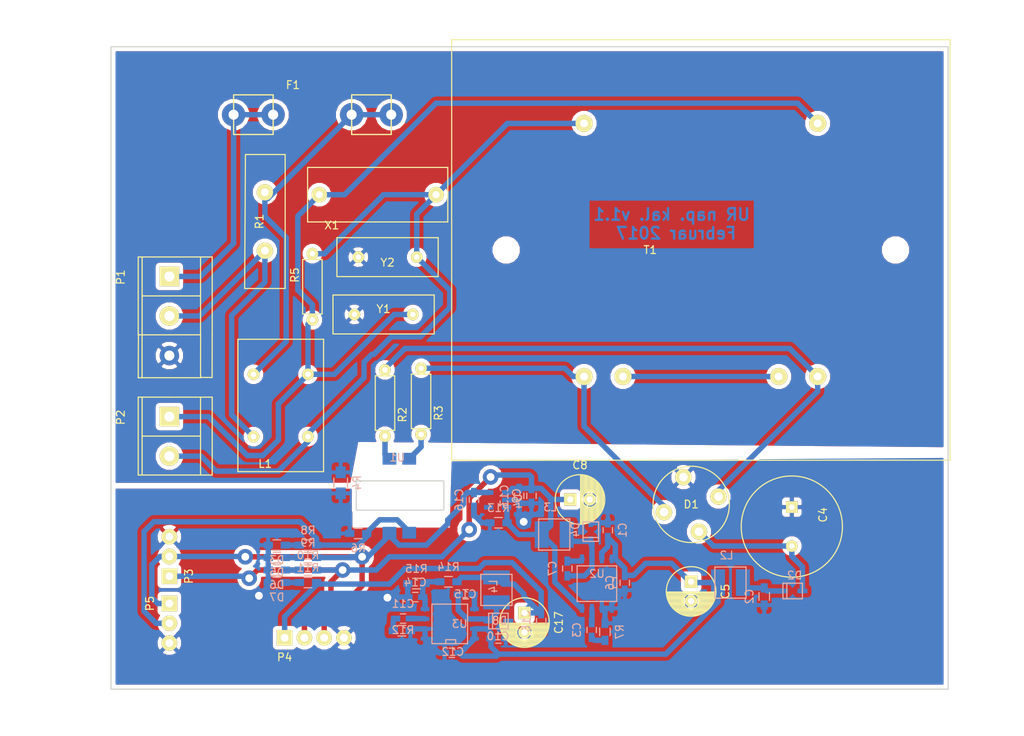
<source format=kicad_pcb>
(kicad_pcb (version 4) (host pcbnew 4.0.4+dfsg1-stable)
  (layers (0 F.Cu signal) (31 B.Cu signal) (34 B.Paste user) (35 F.Paste user) (36 B.SilkS user) (37 F.SilkS user) (38 B.Mask user) (39 F.Mask user) (44 Edge.Cuts user))
  (net 0 "")
  (net 1 /SW_DC)
  (net 2 GND)
  (net 3 "Net-(C2-Pad1)")
  (net 4 "Net-(C3-Pad1)")
  (net 5 "Net-(C3-Pad2)")
  (net 6 /DCOUT)
  (net 7 /N12VAC)
  (net 8 "Net-(C7-Pad1)")
  (net 9 "Net-(C7-Pad2)")
  (net 10 +5V)
  (net 11 "Net-(C11-Pad1)")
  (net 12 "Net-(C11-Pad2)")
  (net 13 "Net-(C14-Pad1)")
  (net 14 "Net-(C15-Pad1)")
  (net 15 "Net-(C15-Pad2)")
  (net 16 +3V3)
  (net 17 +12V)
  (net 18 /12VAC)
  (net 19 "Net-(D3-Pad2)")
  (net 20 "Net-(D5-Pad2)")
  (net 21 "Net-(D6-Pad2)")
  (net 22 "Net-(D7-Pad2)")
  (net 23 "Net-(F1-Pad2)")
  (net 24 "Net-(F1-Pad1)")
  (net 25 /L)
  (net 26 /N)
  (net 27 "Net-(L1-Pad4)")
  (net 28 Earth)
  (net 29 ZERO)
  (net 30 "Net-(R2-Pad1)")
  (net 31 "Net-(R3-Pad1)")
  (net 32 "Net-(T1-Pad13)")
  (module kalilnik:C_0603_HandSoldering (layer B.Cu) (at 156.3 99.58 90)
    (fp_text reference C1 (at 0 1.9 90) (layer B.SilkS) (effects (justify mirror)))
    (fp_text value 100n)
    (pad 1 smd rect (at -0.95 0 90) (size 1.2 0.75) (layers B.Cu B.Paste B.Mask) (net 1 /SW_DC))
    (pad 2 smd rect (at 0.95 0 90) (size 1.2 0.75) (layers B.Cu B.Paste B.Mask) (net 2 GND))
  )
  (module kalilnik:R_0603_HandSoldering (layer B.Cu) (at 176.39 108.1 270)
    (fp_text reference C2 (at 0 1.9 270) (layer B.SilkS) (effects (justify mirror)))
    (fp_text value 1u)
    (pad 1 smd rect (at -1.1 0 270) (size 1.2 0.9) (layers B.Cu B.Paste B.Mask) (net 3 "Net-(C2-Pad1)"))
    (pad 2 smd rect (at 1.1 0 270) (size 1.2 0.9) (layers B.Cu B.Paste B.Mask) (net 2 GND))
  )
  (module kalilnik:C_0603_HandSoldering (layer B.Cu) (at 154.23 112.4 270)
    (fp_text reference C3 (at 0 1.9 270) (layer B.SilkS) (effects (justify mirror)))
    (fp_text value 22n)
    (pad 1 smd rect (at -0.95 0 270) (size 1.2 0.75) (layers B.Cu B.Paste B.Mask) (net 4 "Net-(C3-Pad1)"))
    (pad 2 smd rect (at 0.95 0 270) (size 1.2 0.75) (layers B.Cu B.Paste B.Mask) (net 5 "Net-(C3-Pad2)"))
  )
  (module kalilnik:C_13_21_5 (layer F.Cu) (at 179.93 99.12 90)
    (fp_text reference C4 (at 1.5 4 90) (layer F.SilkS))
    (fp_text value 1000u)
    (pad 1 thru_hole circle (at -2.5 0 90) (size 1.5 1.5) (drill 0.7) (layers *.Cu *.Mask F.SilkS) (net 6 /DCOUT))
    (pad 2 thru_hole rect (at 2.5 0 90) (size 1.5 1.5) (drill 0.7) (layers *.Cu *.Mask F.SilkS) (net 2 GND))
  )
  (module kalilnik:C_0603_HandSoldering (layer B.Cu) (at 158.48 106.34 270)
    (fp_text reference C6 (at 0 1.9 270) (layer B.SilkS) (effects (justify mirror)))
    (fp_text value 100n)
    (pad 1 smd rect (at -0.95 0 270) (size 1.2 0.75) (layers B.Cu B.Paste B.Mask) (net 1 /SW_DC))
    (pad 2 smd rect (at 0.95 0 270) (size 1.2 0.75) (layers B.Cu B.Paste B.Mask) (net 2 GND))
  )
  (module kalilnik:C_0603_HandSoldering (layer B.Cu) (at 151.1 104.5 270)
    (fp_text reference C7 (at 0 1.9 270) (layer B.SilkS) (effects (justify mirror)))
    (fp_text value 220n)
    (pad 1 smd rect (at -0.95 0 270) (size 1.2 0.75) (layers B.Cu B.Paste B.Mask) (net 8 "Net-(C7-Pad1)"))
    (pad 2 smd rect (at 0.95 0 270) (size 1.2 0.75) (layers B.Cu B.Paste B.Mask) (net 9 "Net-(C7-Pad2)"))
  )
  (module kalilnik:C_0603_HandSoldering (layer B.Cu) (at 146.5 95.17 270)
    (fp_text reference C9 (at 0 1.9 270) (layer B.SilkS) (effects (justify mirror)))
    (fp_text value 220n)
    (pad 1 smd rect (at -0.95 0 270) (size 1.2 0.75) (layers B.Cu B.Paste B.Mask) (net 10 +5V))
    (pad 2 smd rect (at 0.95 0 270) (size 1.2 0.75) (layers B.Cu B.Paste B.Mask) (net 2 GND))
  )
  (module kalilnik:C_0603_HandSoldering (layer B.Cu) (at 142.25 113.5)
    (fp_text reference C10 (at -0.05 -0.3) (layer B.SilkS) (effects (justify mirror)))
    (fp_text value 100n)
    (pad 1 smd rect (at -0.95 0) (size 1.2 0.75) (layers B.Cu B.Paste B.Mask) (net 1 /SW_DC))
    (pad 2 smd rect (at 0.95 0) (size 1.2 0.75) (layers B.Cu B.Paste B.Mask) (net 2 GND))
  )
  (module kalilnik:C_0603_HandSoldering (layer B.Cu) (at 130.005 110.935 180)
    (fp_text reference C11 (at 0 1.9 180) (layer B.SilkS) (effects (justify mirror)))
    (fp_text value 22n)
    (pad 1 smd rect (at -0.95 0 180) (size 1.2 0.75) (layers B.Cu B.Paste B.Mask) (net 11 "Net-(C11-Pad1)"))
    (pad 2 smd rect (at 0.95 0 180) (size 1.2 0.75) (layers B.Cu B.Paste B.Mask) (net 12 "Net-(C11-Pad2)"))
  )
  (module kalilnik:C_0603_HandSoldering (layer B.Cu) (at 136.275 115.325 180)
    (fp_text reference C12 (at -0.125 0.125 180) (layer B.SilkS) (effects (justify mirror)))
    (fp_text value 100n)
    (pad 1 smd rect (at -0.95 0 180) (size 1.2 0.75) (layers B.Cu B.Paste B.Mask) (net 1 /SW_DC))
    (pad 2 smd rect (at 0.95 0 180) (size 1.2 0.75) (layers B.Cu B.Paste B.Mask) (net 2 GND))
  )
  (module kalilnik:C_0603_HandSoldering (layer B.Cu) (at 144.92 95.17 270)
    (fp_text reference C13 (at 0 1.9 270) (layer B.SilkS) (effects (justify mirror)))
    (fp_text value 1u)
    (pad 1 smd rect (at -0.95 0 270) (size 1.2 0.75) (layers B.Cu B.Paste B.Mask) (net 10 +5V))
    (pad 2 smd rect (at 0.95 0 270) (size 1.2 0.75) (layers B.Cu B.Paste B.Mask) (net 2 GND))
  )
  (module kalilnik:C_0603_HandSoldering (layer B.Cu) (at 131.585 108.175 180)
    (fp_text reference C14 (at 0 1.9 180) (layer B.SilkS) (effects (justify mirror)))
    (fp_text value 0.5n)
    (pad 1 smd rect (at -0.95 0 180) (size 1.2 0.75) (layers B.Cu B.Paste B.Mask) (net 13 "Net-(C14-Pad1)"))
    (pad 2 smd rect (at 0.95 0 180) (size 1.2 0.75) (layers B.Cu B.Paste B.Mask) (net 2 GND))
  )
  (module kalilnik:C_0603_HandSoldering (layer B.Cu) (at 138.055 107.815 180)
    (fp_text reference C15 (at 0.055 0.015 180) (layer B.SilkS) (effects (justify mirror)))
    (fp_text value 220n)
    (pad 1 smd rect (at -0.95 0 180) (size 1.2 0.75) (layers B.Cu B.Paste B.Mask) (net 14 "Net-(C15-Pad1)"))
    (pad 2 smd rect (at 0.95 0 180) (size 1.2 0.75) (layers B.Cu B.Paste B.Mask) (net 15 "Net-(C15-Pad2)"))
  )
  (module kalilnik:C_0603_HandSoldering (layer B.Cu) (at 139.11 95.69 270)
    (fp_text reference C16 (at 0 1.9 270) (layer B.SilkS) (effects (justify mirror)))
    (fp_text value 1u)
    (pad 1 smd rect (at -0.95 0 270) (size 1.2 0.75) (layers B.Cu B.Paste B.Mask) (net 16 +3V3))
    (pad 2 smd rect (at 0.95 0 270) (size 1.2 0.75) (layers B.Cu B.Paste B.Mask) (net 2 GND))
  )
  (module kalilnik:C_0603_HandSoldering (layer B.Cu) (at 147.75 111.25 270)
    (fp_text reference C18 (at 0 1.9 270) (layer B.SilkS) (effects (justify mirror)))
    (fp_text value 220n)
    (pad 1 smd rect (at -0.95 0 270) (size 1.2 0.75) (layers B.Cu B.Paste B.Mask) (net 17 +12V))
    (pad 2 smd rect (at 0.95 0 270) (size 1.2 0.75) (layers B.Cu B.Paste B.Mask) (net 2 GND))
  )
  (module kalilnik:CIRC_BRIDGE_RECT (layer F.Cu) (at 167.01 96.27)
    (fp_text reference D1 (at 0 0) (layer F.SilkS))
    (fp_text value Diode_Bridge)
    (pad 2 thru_hole circle (at -3.5 1) (size 2.1 2.1) (drill 1.1) (layers *.Cu *.Mask F.SilkS) (net 7 /N12VAC))
    (pad 1 thru_hole circle (at -1 -3.5) (size 2.1 2.1) (drill 1.1) (layers *.Cu *.Mask F.SilkS) (net 2 GND))
    (pad 3 thru_hole circle (at 1 3.5) (size 2.1 2.1) (drill 1.1) (layers *.Cu *.Mask F.SilkS) (net 6 /DCOUT))
    (pad 4 thru_hole circle (at 3.5 -1) (size 2.1 2.1) (drill 1.1) (layers *.Cu *.Mask F.SilkS) (net 18 /12VAC))
  )
  (module kalilnik:SOD323F (layer B.Cu) (at 180.29 107.39)
    (fp_text reference D2 (at 0 -2) (layer B.SilkS) (effects (justify mirror)))
    (fp_text value D)
    (pad 1 smd rect (at -1.5 0) (size 1.3 0.6) (layers B.Cu B.Paste B.Mask) (net 3 "Net-(C2-Pad1)"))
    (pad 2 smd rect (at 1 0) (size 1.3 0.6) (layers B.Cu B.Paste B.Mask) (net 6 /DCOUT))
  )
  (module kalilnik:R_0603_HandSoldering (layer B.Cu) (at 113.8 101.5)
    (fp_text reference D3 (at 0 1.9) (layer B.SilkS) (effects (justify mirror)))
    (fp_text value Led_Small)
    (pad 1 smd rect (at -1.1 0) (size 1.2 0.9) (layers B.Cu B.Paste B.Mask) (net 2 GND))
    (pad 2 smd rect (at 1.1 0) (size 1.2 0.9) (layers B.Cu B.Paste B.Mask) (net 19 "Net-(D3-Pad2)"))
  )
  (module kalilnik:SOD323F (layer B.Cu) (at 154.12 99.52 90)
    (fp_text reference D4 (at 0 -2 90) (layer B.SilkS) (effects (justify mirror)))
    (fp_text value D_Schottky_Small)
    (pad 1 smd rect (at -1.5 0 90) (size 1.3 0.6) (layers B.Cu B.Paste B.Mask) (net 9 "Net-(C7-Pad2)"))
    (pad 2 smd rect (at 1 0 90) (size 1.3 0.6) (layers B.Cu B.Paste B.Mask) (net 2 GND))
  )
  (module kalilnik:R_0603_HandSoldering (layer B.Cu) (at 113.8 103.1)
    (fp_text reference D5 (at 0 1.9) (layer B.SilkS) (effects (justify mirror)))
    (fp_text value Led_Small)
    (pad 1 smd rect (at -1.1 0) (size 1.2 0.9) (layers B.Cu B.Paste B.Mask) (net 2 GND))
    (pad 2 smd rect (at 1.1 0) (size 1.2 0.9) (layers B.Cu B.Paste B.Mask) (net 20 "Net-(D5-Pad2)"))
  )
  (module kalilnik:R_0603_HandSoldering (layer B.Cu) (at 113.8 104.7)
    (fp_text reference D6 (at 0 1.9) (layer B.SilkS) (effects (justify mirror)))
    (fp_text value Led_Small)
    (pad 1 smd rect (at -1.1 0) (size 1.2 0.9) (layers B.Cu B.Paste B.Mask) (net 2 GND))
    (pad 2 smd rect (at 1.1 0) (size 1.2 0.9) (layers B.Cu B.Paste B.Mask) (net 21 "Net-(D6-Pad2)"))
  )
  (module kalilnik:R_0603_HandSoldering (layer B.Cu) (at 113.8 106.3)
    (fp_text reference D7 (at 0 1.9) (layer B.SilkS) (effects (justify mirror)))
    (fp_text value Led_Small)
    (pad 1 smd rect (at -1.1 0) (size 1.2 0.9) (layers B.Cu B.Paste B.Mask) (net 2 GND))
    (pad 2 smd rect (at 1.1 0) (size 1.2 0.9) (layers B.Cu B.Paste B.Mask) (net 22 "Net-(D7-Pad2)"))
  )
  (module kalilnik:SOD323F (layer B.Cu) (at 142.5 111.25)
    (fp_text reference D8 (at -0.1 -0.05) (layer B.SilkS) (effects (justify mirror)))
    (fp_text value D_Schottky_Small)
    (pad 1 smd rect (at -1.5 0) (size 1.3 0.6) (layers B.Cu B.Paste B.Mask) (net 15 "Net-(C15-Pad2)"))
    (pad 2 smd rect (at 1 0) (size 1.3 0.6) (layers B.Cu B.Paste B.Mask) (net 2 GND))
  )
  (module kalilnik:Fuseholder_Fuse_5x20 (layer F.Cu) (at 118.364 46.228)
    (fp_text reference F1 (at -2.5 -3.81) (layer F.SilkS))
    (fp_text value Fuse hide)
    (pad 2 thru_hole circle (at 10.12 0) (size 3 3) (drill 1.3) (layers *.Cu *.Mask) (net 23 "Net-(F1-Pad2)"))
    (pad 2 thru_hole circle (at 5.04 0) (size 3 3) (drill 1.3) (layers *.Cu *.Mask) (net 23 "Net-(F1-Pad2)"))
    (pad 1 thru_hole circle (at -10.12 0) (size 3 3) (drill 1.3) (layers *.Cu *.Mask) (net 24 "Net-(F1-Pad1)"))
    (pad 1 thru_hole circle (at -5.04 0) (size 3 3) (drill 1.3) (layers *.Cu *.Mask) (net 24 "Net-(F1-Pad1)"))
  )
  (module kalilnik:TYS4018470M-10 (layer B.Cu) (at 172.05 106.31)
    (fp_text reference L2 (at -0.5 -3.5) (layer B.SilkS) (effects (justify mirror)))
    (fp_text value 47u)
    (pad 1 smd rect (at -1.6 0) (size 1.8 3.4) (layers B.Cu B.Paste B.Mask) (net 1 /SW_DC))
    (pad 2 smd rect (at 1.6 0) (size 1.8 3.4) (layers B.Cu B.Paste B.Mask) (net 3 "Net-(C2-Pad1)"))
  )
  (module kalilnik:TYS4018470M-10 (layer B.Cu) (at 149.42 100.14)
    (fp_text reference L3 (at -0.5 -3.5) (layer B.SilkS) (effects (justify mirror)))
    (fp_text value 47u)
    (pad 1 smd rect (at -1.6 0) (size 1.8 3.4) (layers B.Cu B.Paste B.Mask) (net 10 +5V))
    (pad 2 smd rect (at 1.6 0) (size 1.8 3.4) (layers B.Cu B.Paste B.Mask) (net 9 "Net-(C7-Pad2)"))
  )
  (module kalilnik:TYS4018470M-10 (layer B.Cu) (at 142 107.25 270)
    (fp_text reference L4 (at -0.45 0.4 270) (layer B.SilkS) (effects (justify mirror)))
    (fp_text value 47u)
    (pad 1 smd rect (at -1.6 0 270) (size 1.8 3.4) (layers B.Cu B.Paste B.Mask) (net 17 +12V))
    (pad 2 smd rect (at 1.6 0 270) (size 1.8 3.4) (layers B.Cu B.Paste B.Mask) (net 15 "Net-(C15-Pad2)"))
  )
  (module kalilnik:CONN_3x1x5.08 (layer F.Cu) (at 100 67 270)
    (fp_text reference P1 (at 0.1 6.25 270) (layer F.SilkS))
    (fp_text value CONN_01X03)
    (pad 1 thru_hole rect (at 0 0 270) (size 2.5 2.5) (drill 1.3) (layers *.Cu *.Mask F.SilkS) (net 24 "Net-(F1-Pad1)"))
    (pad 2 thru_hole circle (at 5.08 0 270) (size 2.5 2.5) (drill 1.3) (layers *.Cu *.Mask F.SilkS) (net 27 "Net-(L1-Pad4)"))
    (pad 3 thru_hole circle (at 10.16 0 270) (size 2.5 2.5) (drill 1.3) (layers *.Cu *.Mask) (net 28 Earth))
  )
  (module kalilnik:CONN_2x1x5.08 (layer F.Cu) (at 100 85 270)
    (fp_text reference P2 (at 0.1 6.25 270) (layer F.SilkS))
    (fp_text value CONN_01X02)
    (pad 1 thru_hole rect (at 0 0 270) (size 2.5 2.5) (drill 1.3) (layers *.Cu *.Mask F.SilkS) (net 25 /L))
    (pad 2 thru_hole circle (at 5.08 0 270) (size 2.5 2.5) (drill 1.3) (layers *.Cu *.Mask F.SilkS) (net 26 /N))
  )
  (module kalilnik:CONN_4x1x2.54 (layer F.Cu) (at 114.8 113.4)
    (fp_text reference P4 (at 0 2.5) (layer F.SilkS))
    (fp_text value CONN_01X04)
    (pad 1 thru_hole rect (at 0 0) (size 2 2) (drill 1) (layers *.Cu *.Mask F.SilkS) (net 17 +12V))
    (pad 2 thru_hole circle (at 2.54 0) (size 2 2) (drill 1) (layers *.Cu *.Mask F.SilkS) (net 10 +5V))
    (pad 3 thru_hole circle (at 5.08 0) (size 2 2) (drill 1) (layers *.Cu *.Mask F.SilkS) (net 16 +3V3))
    (pad 4 thru_hole circle (at 7.62 0) (size 2 2) (drill 1) (layers *.Cu *.Mask F.SilkS) (net 2 GND))
  )
  (module kalilnik:VARISTOR_MOV-14D431KTR (layer F.Cu) (at 112.268 59.944 270)
    (fp_text reference R1 (at 0 0.7 450) (layer F.SilkS))
    (fp_text value VARISTOR)
    (pad 1 thru_hole circle (at -3.75 0 270) (size 2.1 2.1) (drill 1) (layers *.Cu *.Mask F.SilkS) (net 23 "Net-(F1-Pad2)"))
    (pad 2 thru_hole circle (at 3.75 0 270) (size 2.1 2.1) (drill 1) (layers *.Cu *.Mask F.SilkS) (net 27 "Net-(L1-Pad4)"))
  )
  (module kalilnik:CFR25 (layer F.Cu) (at 127.69 83.26 90)
    (fp_text reference R2 (at -1.5 2.25 90) (layer F.SilkS))
    (fp_text value 85k)
    (pad 1 thru_hole circle (at -4.25 0 90) (size 1.5 1.5) (drill 0.7) (layers *.Cu *.Mask F.SilkS) (net 30 "Net-(R2-Pad1)"))
    (pad 2 thru_hole circle (at 4.25 0 90) (size 1.5 1.5) (drill 0.7) (layers *.Cu *.Mask F.SilkS) (net 18 /12VAC))
  )
  (module kalilnik:CFR25 (layer F.Cu) (at 132.32 83.04 90)
    (fp_text reference R3 (at -1.5 2.25 90) (layer F.SilkS))
    (fp_text value 85k)
    (pad 1 thru_hole circle (at -4.25 0 90) (size 1.5 1.5) (drill 0.7) (layers *.Cu *.Mask F.SilkS) (net 31 "Net-(R3-Pad1)"))
    (pad 2 thru_hole circle (at 4.25 0 90) (size 1.5 1.5) (drill 0.7) (layers *.Cu *.Mask F.SilkS) (net 7 /N12VAC))
  )
  (module kalilnik:R_0805_HandSoldering (layer B.Cu) (at 122 93.5 90)
    (fp_text reference R4 (at 0 2.1 90) (layer B.SilkS) (effects (justify mirror)))
    (fp_text value 1)
    (pad 1 smd rect (at -1.35 0 90) (size 1.5 1.3) (layers B.Cu B.Paste B.Mask) (net 2 GND))
    (pad 2 smd rect (at 1.35 0 90) (size 1.5 1.3) (layers B.Cu B.Paste B.Mask) (net 28 Earth))
  )
  (module kalilnik:CFR25 (layer F.Cu) (at 118.364 68.326 270)
    (fp_text reference R5 (at -1.5 2.25 270) (layer F.SilkS))
    (fp_text value 720k)
    (pad 1 thru_hole circle (at -4.25 0 270) (size 1.5 1.5) (drill 0.7) (layers *.Cu *.Mask F.SilkS) (net 26 /N))
    (pad 2 thru_hole circle (at 4.25 0 270) (size 1.5 1.5) (drill 0.7) (layers *.Cu *.Mask F.SilkS) (net 25 /L))
  )
  (module kalilnik:R_0603_HandSoldering (layer B.Cu) (at 155.93 112.63 90)
    (fp_text reference R7 (at 0 1.9 90) (layer B.SilkS) (effects (justify mirror)))
    (fp_text value 22k)
    (pad 1 smd rect (at -1.1 0 90) (size 1.2 0.9) (layers B.Cu B.Paste B.Mask) (net 5 "Net-(C3-Pad2)"))
    (pad 2 smd rect (at 1.1 0 90) (size 1.2 0.9) (layers B.Cu B.Paste B.Mask) (net 2 GND))
  )
  (module kalilnik:R_0603_HandSoldering (layer B.Cu) (at 117.8 101.5 180)
    (fp_text reference R8 (at 0 1.9 180) (layer B.SilkS) (effects (justify mirror)))
    (fp_text value 80)
    (pad 1 smd rect (at -1.1 0 180) (size 1.2 0.9) (layers B.Cu B.Paste B.Mask) (net 29 ZERO))
    (pad 2 smd rect (at 1.1 0 180) (size 1.2 0.9) (layers B.Cu B.Paste B.Mask) (net 19 "Net-(D3-Pad2)"))
  )
  (module kalilnik:R_0603_HandSoldering (layer B.Cu) (at 117.8 103.1 180)
    (fp_text reference R9 (at 0 1.9 180) (layer B.SilkS) (effects (justify mirror)))
    (fp_text value 80)
    (pad 1 smd rect (at -1.1 0 180) (size 1.2 0.9) (layers B.Cu B.Paste B.Mask) (net 16 +3V3))
    (pad 2 smd rect (at 1.1 0 180) (size 1.2 0.9) (layers B.Cu B.Paste B.Mask) (net 20 "Net-(D5-Pad2)"))
  )
  (module kalilnik:R_0603_HandSoldering (layer B.Cu) (at 117.8 104.7 180)
    (fp_text reference R10 (at 0 1.9 180) (layer B.SilkS) (effects (justify mirror)))
    (fp_text value 190)
    (pad 1 smd rect (at -1.1 0 180) (size 1.2 0.9) (layers B.Cu B.Paste B.Mask) (net 10 +5V))
    (pad 2 smd rect (at 1.1 0 180) (size 1.2 0.9) (layers B.Cu B.Paste B.Mask) (net 21 "Net-(D6-Pad2)"))
  )
  (module kalilnik:R_0603_HandSoldering (layer B.Cu) (at 117.8 106.3 180)
    (fp_text reference R11 (at 0 1.9 180) (layer B.SilkS) (effects (justify mirror)))
    (fp_text value 650)
    (pad 1 smd rect (at -1.1 0 180) (size 1.2 0.9) (layers B.Cu B.Paste B.Mask) (net 17 +12V))
    (pad 2 smd rect (at 1.1 0 180) (size 1.2 0.9) (layers B.Cu B.Paste B.Mask) (net 22 "Net-(D7-Pad2)"))
  )
  (module kalilnik:R_0603_HandSoldering (layer B.Cu) (at 129.855 112.495)
    (fp_text reference R12 (at 0.145 -0.095) (layer B.SilkS) (effects (justify mirror)))
    (fp_text value 22k)
    (pad 1 smd rect (at -1.1 0) (size 1.2 0.9) (layers B.Cu B.Paste B.Mask) (net 12 "Net-(C11-Pad2)"))
    (pad 2 smd rect (at 1.1 0) (size 1.2 0.9) (layers B.Cu B.Paste B.Mask) (net 2 GND))
  )
  (module kalilnik:R_0603_HandSoldering (layer B.Cu) (at 142.26 98.63 180)
    (fp_text reference R13 (at 0 1.9 180) (layer B.SilkS) (effects (justify mirror)))
    (fp_text value 100k)
    (pad 1 smd rect (at -1.1 0 180) (size 1.2 0.9) (layers B.Cu B.Paste B.Mask) (net 10 +5V))
    (pad 2 smd rect (at 1.1 0 180) (size 1.2 0.9) (layers B.Cu B.Paste B.Mask) (net 2 GND))
  )
  (module kalilnik:R_0603_HandSoldering (layer B.Cu) (at 135.835 106.205 180)
    (fp_text reference R14 (at 0 1.9 180) (layer B.SilkS) (effects (justify mirror)))
    (fp_text value 38k)
    (pad 1 smd rect (at -1.1 0 180) (size 1.2 0.9) (layers B.Cu B.Paste B.Mask) (net 17 +12V))
    (pad 2 smd rect (at 1.1 0 180) (size 1.2 0.9) (layers B.Cu B.Paste B.Mask) (net 13 "Net-(C14-Pad1)"))
  )
  (module kalilnik:R_0603_HandSoldering (layer B.Cu) (at 131.725 106.445 180)
    (fp_text reference R15 (at 0 1.9 180) (layer B.SilkS) (effects (justify mirror)))
    (fp_text value 2k)
    (pad 1 smd rect (at -1.1 0 180) (size 1.2 0.9) (layers B.Cu B.Paste B.Mask) (net 13 "Net-(C14-Pad1)"))
    (pad 2 smd rect (at 1.1 0 180) (size 1.2 0.9) (layers B.Cu B.Paste B.Mask) (net 2 GND))
  )
  (module kalilnik:TRAFO_17_89_1314 (layer F.Cu) (at 168.25 63.6)
    (fp_text reference T1 (at -6.5 0) (layer F.SilkS))
    (fp_text value TRANSFO_1P_2S)
    (pad 1 thru_hole circle (at -15 -16.25) (size 2.2 2.2) (drill 1) (layers *.Cu *.Mask F.SilkS) (net 26 /N))
    (pad 7 thru_hole circle (at 15 -16.25) (size 2.2 2.2) (drill 1) (layers *.Cu *.Mask F.SilkS) (net 25 /L))
    (pad 13 thru_hole circle (at -10 16.25) (size 2.2 2.2) (drill 1) (layers *.Cu *.Mask F.SilkS) (net 32 "Net-(T1-Pad13)"))
    (pad 14 thru_hole circle (at -15 16.25) (size 2.2 2.2) (drill 1) (layers *.Cu *.Mask F.SilkS) (net 7 /N12VAC))
    (pad 9 thru_hole circle (at 10 16.25) (size 2.2 2.2) (drill 1) (layers *.Cu *.Mask F.SilkS) (net 32 "Net-(T1-Pad13)"))
    (pad 8 thru_hole circle (at 15 16.25) (size 2.2 2.2) (drill 1) (layers *.Cu *.Mask F.SilkS) (net 18 /12VAC))
    (pad "" np_thru_hole circle (at -25 0) (size 2.5 2.5) (drill 2.5) (layers *.Cu *.Mask))
    (pad "" np_thru_hole circle (at 25 0) (size 2.5 2.5) (drill 2.5) (layers *.Cu *.Mask))
  )
  (module kalilnik:SFH620-SMD_4pin (layer B.Cu) (at 129.53 95.16)
    (fp_text reference U1 (at -0.28 -4.91) (layer B.SilkS) (effects (justify mirror)))
    (fp_text value TRIAC_OPTOCOUPLER_2D+CE)
    (pad 1 smd rect (at -1.27 -4.75) (size 1.78 1.52) (layers B.Cu B.Paste B.Mask) (net 30 "Net-(R2-Pad1)"))
    (pad 2 smd rect (at 1.27 -4.75) (size 1.78 1.52) (layers B.Cu B.Paste B.Mask) (net 31 "Net-(R3-Pad1)"))
    (pad 3 smd rect (at 1.27 4.75) (size 1.78 1.52) (layers B.Cu B.Paste B.Mask) (net 29 ZERO))
    (pad 4 smd rect (at -1.27 4.75) (size 1.78 1.52) (layers B.Cu B.Paste B.Mask) (net 16 +3V3))
  )
  (module kalilnik:SOIC-8-N (layer B.Cu) (at 154.9 106.45 180)
    (fp_text reference U2 (at 0 1.27 180) (layer B.SilkS) (effects (justify mirror)))
    (fp_text value SWITCHER)
    (pad 8 smd rect (at -1.905 3.175 180) (size 0.508 1.143) (layers B.Cu B.Paste B.Mask) (net 1 /SW_DC))
    (pad 7 smd rect (at -0.635 3.175 180) (size 0.508 1.143) (layers B.Cu B.Paste B.Mask) (net 1 /SW_DC))
    (pad 6 smd rect (at 0.635 3.175 180) (size 0.508 1.143) (layers B.Cu B.Paste B.Mask) (net 9 "Net-(C7-Pad2)"))
    (pad 5 smd rect (at 1.905 3.175 180) (size 0.508 1.143) (layers B.Cu B.Paste B.Mask) (net 8 "Net-(C7-Pad1)"))
    (pad 4 smd rect (at 1.905 -3.175 180) (size 0.508 1.143) (layers B.Cu B.Paste B.Mask) (net 10 +5V))
    (pad 3 smd rect (at 0.635 -3.175 180) (size 0.508 1.143) (layers B.Cu B.Paste B.Mask) (net 4 "Net-(C3-Pad1)"))
    (pad 2 smd rect (at -0.635 -3.175 180) (size 0.508 1.143) (layers B.Cu B.Paste B.Mask) (net 2 GND))
    (pad 1 smd rect (at -1.905 -3.175 180) (size 0.508 1.143) (layers B.Cu B.Paste B.Mask) (net 2 GND))
  )
  (module kalilnik:SOIC-8-N (layer B.Cu) (at 136.005 111.615 90)
    (fp_text reference U3 (at 0 1.27 180) (layer B.SilkS) (effects (justify mirror)))
    (fp_text value SWITCHER)
    (pad 8 smd rect (at -1.905 3.175 90) (size 0.508 1.143) (layers B.Cu B.Paste B.Mask) (net 1 /SW_DC))
    (pad 7 smd rect (at -0.635 3.175 90) (size 0.508 1.143) (layers B.Cu B.Paste B.Mask) (net 1 /SW_DC))
    (pad 6 smd rect (at 0.635 3.175 90) (size 0.508 1.143) (layers B.Cu B.Paste B.Mask) (net 15 "Net-(C15-Pad2)"))
    (pad 5 smd rect (at 1.905 3.175 90) (size 0.508 1.143) (layers B.Cu B.Paste B.Mask) (net 14 "Net-(C15-Pad1)"))
    (pad 4 smd rect (at 1.905 -3.175 90) (size 0.508 1.143) (layers B.Cu B.Paste B.Mask) (net 13 "Net-(C14-Pad1)"))
    (pad 3 smd rect (at 0.635 -3.175 90) (size 0.508 1.143) (layers B.Cu B.Paste B.Mask) (net 11 "Net-(C11-Pad1)"))
    (pad 2 smd rect (at -0.635 -3.175 90) (size 0.508 1.143) (layers B.Cu B.Paste B.Mask) (net 2 GND))
    (pad 1 smd rect (at -1.905 -3.175 90) (size 0.508 1.143) (layers B.Cu B.Paste B.Mask) (net 2 GND))
  )
  (module kalilnik:SOT23-5 (layer B.Cu) (at 142.16 95.69 270)
    (fp_text reference U4 (at 0.2 -2.6 270) (layer B.SilkS) (effects (justify mirror)))
    (fp_text value LDO)
    (pad 1 smd rect (at -0.95 -1.15 270) (size 0.6 1.2) (layers B.Cu B.Paste B.Mask) (net 10 +5V))
    (pad 2 smd rect (at 0 -1.15 270) (size 0.6 1.2) (layers B.Cu B.Paste B.Mask) (net 2 GND))
    (pad 3 smd rect (at 0.95 -1.15 270) (size 0.6 1.2) (layers B.Cu B.Paste B.Mask) (net 10 +5V))
    (pad 4 smd rect (at 0.95 1.15 270) (size 0.6 1.2) (layers B.Cu B.Paste B.Mask))
    (pad 5 smd rect (at -0.95 1.15 270) (size 0.6 1.2) (layers B.Cu B.Paste B.Mask) (net 16 +3V3))
  )
  (module kalilnik:X2_B32922 (layer F.Cu) (at 126.75 56.5)
    (fp_text reference X1 (at -5.8928 3.937) (layer F.SilkS))
    (fp_text value 0.22u)
    (pad 1 thru_hole circle (at -7.5 0) (size 2 2) (drill 0.9) (layers *.Cu *.Mask F.SilkS) (net 25 /L))
    (pad 2 thru_hole circle (at 7.5 0) (size 2 2) (drill 0.9) (layers *.Cu *.Mask F.SilkS) (net 26 /N))
  )
  (module kalilnik:Y2_L20C7H (layer F.Cu) (at 127.508 71.882 180)
    (fp_text reference Y1 (at 0 0.7 180) (layer F.SilkS))
    (fp_text value 4.7n)
    (pad 1 thru_hole circle (at -3.75 0 180) (size 1.5 1.5) (drill 0.7) (layers *.Cu *.Mask F.SilkS) (net 25 /L))
    (pad 2 thru_hole circle (at 3.75 0 180) (size 1.5 1.5) (drill 0.7) (layers *.Cu *.Mask F.SilkS) (net 28 Earth))
  )
  (module kalilnik:Y2_L20C7H (layer F.Cu) (at 128.016 64.516)
    (fp_text reference Y2 (at 0 0.7) (layer F.SilkS))
    (fp_text value 4.7n)
    (pad 1 thru_hole circle (at -3.75 0) (size 1.5 1.5) (drill 0.7) (layers *.Cu *.Mask F.SilkS) (net 28 Earth))
    (pad 2 thru_hole circle (at 3.75 0) (size 1.5 1.5) (drill 0.7) (layers *.Cu *.Mask F.SilkS) (net 26 /N))
  )
  (module kalilnik:FILTER_SU9V (layer F.Cu) (at 114.3 83.566)
    (fp_text reference L1 (at -2 7.5) (layer F.SilkS))
    (fp_text value 14m)
    (pad 1 thru_hole circle (at -3.5 -4) (size 1.5 1.5) (drill 0.7) (layers *.Cu *.Mask F.SilkS) (net 23 "Net-(F1-Pad2)"))
    (pad 2 thru_hole circle (at 3.5 -4) (size 1.5 1.5) (drill 0.7) (layers *.Cu *.Mask F.SilkS) (net 25 /L))
    (pad 4 thru_hole circle (at -3.5 4) (size 1.5 1.5) (drill 0.7) (layers *.Cu *.Mask F.SilkS) (net 27 "Net-(L1-Pad4)"))
    (pad 3 thru_hole circle (at 3.5 4) (size 1.5 1.5) (drill 0.7) (layers *.Cu *.Mask F.SilkS) (net 26 /N))
  )
  (module kalilnik:CONN_3x1x2.54 (layer F.Cu) (at 100 105.5 90)
    (fp_text reference P3 (at 0 2.5 90) (layer F.SilkS))
    (fp_text value CONN_01X03)
    (pad 1 thru_hole rect (at 0 0 90) (size 2 2) (drill 1) (layers *.Cu *.Mask F.SilkS) (net 10 +5V))
    (pad 2 thru_hole circle (at 2.54 0 90) (size 2 2) (drill 1) (layers *.Cu *.Mask F.SilkS) (net 16 +3V3))
    (pad 3 thru_hole circle (at 5.08 0 90) (size 2 2) (drill 1) (layers *.Cu *.Mask F.SilkS) (net 2 GND))
  )
  (module kalilnik:CONN_3x1x2.54 (layer F.Cu) (at 100 109 270)
    (fp_text reference P5 (at 0 2.5 270) (layer F.SilkS))
    (fp_text value CONN_01X03)
    (pad 1 thru_hole rect (at 0 0 270) (size 2 2) (drill 1) (layers *.Cu *.Mask F.SilkS) (net 16 +3V3))
    (pad 2 thru_hole circle (at 2.54 0 270) (size 2 2) (drill 1) (layers *.Cu *.Mask F.SilkS) (net 29 ZERO))
    (pad 3 thru_hole circle (at 5.08 0 270) (size 2 2) (drill 1) (layers *.Cu *.Mask F.SilkS) (net 2 GND))
  )
  (module kalilnik:C_Radial_D6.3_L11.2_P2.5 (layer F.Cu) (at 167 106.2 270)
    (fp_text reference C5 (at 1.25 -4.4 270) (layer F.SilkS))
    (fp_text value 100u)
    (pad 2 thru_hole circle (at 2.5 0 270) (size 1.6 1.6) (drill 0.8) (layers *.Cu *.Mask F.SilkS) (net 2 GND))
    (pad 1 thru_hole rect (at 0 0 270) (size 1.6 1.6) (drill 0.8) (layers *.Cu *.Mask F.SilkS) (net 1 /SW_DC))
  )
  (module kalilnik:C_Radial_D6.3_L11.2_P2.5 (layer F.Cu) (at 151.48 95.64)
    (fp_text reference C8 (at 1.25 -4.4) (layer F.SilkS))
    (fp_text value 100u)
    (pad 2 thru_hole circle (at 2.5 0) (size 1.6 1.6) (drill 0.8) (layers *.Cu *.Mask F.SilkS) (net 2 GND))
    (pad 1 thru_hole rect (at 0 0) (size 1.6 1.6) (drill 0.8) (layers *.Cu *.Mask F.SilkS) (net 10 +5V))
  )
  (module kalilnik:C_Radial_D6.3_L11.2_P2.5 (layer F.Cu) (at 145.6 110.2 270)
    (fp_text reference C17 (at 1.25 -4.4 270) (layer F.SilkS))
    (fp_text value 100u)
    (pad 2 thru_hole circle (at 2.5 0 270) (size 1.6 1.6) (drill 0.8) (layers *.Cu *.Mask F.SilkS) (net 2 GND))
    (pad 1 thru_hole rect (at 0 0 270) (size 1.6 1.6) (drill 0.8) (layers *.Cu *.Mask F.SilkS) (net 17 +12V))
  )
  (module kalilnik:R_0603_HandSoldering (layer B.Cu) (at 124.25 100)
    (fp_text reference R6 (at 0 1.9) (layer B.SilkS) (effects (justify mirror)))
    (fp_text value 33k)
    (pad 1 smd rect (at -1.1 0) (size 1.2 0.9) (layers B.Cu B.Paste B.Mask) (net 2 GND))
    (pad 2 smd rect (at 1.1 0) (size 1.2 0.9) (layers B.Cu B.Paste B.Mask) (net 29 ZERO))
  )
  (gr_text "UR nap. kal. v1.1\nFebruar 2017 " (at 164.5 60.25) (layer B.Cu) (effects (font (size 1.5 1.5) (thickness 0.3)) (justify mirror)))
  (gr_line (start 124 93.25) (end 135.25 93.25) (angle 90) (layer Edge.Cuts) (width 0.15))
  (gr_line (start 135.25 97) (end 135.25 93.25) (angle 90) (layer Edge.Cuts) (width 0.15))
  (gr_line (start 124 97) (end 135.25 97) (angle 90) (layer Edge.Cuts) (width 0.15))
  (gr_line (start 124 93.25) (end 124 97) (angle 90) (layer Edge.Cuts) (width 0.15))
  (gr_line (start 200 120) (end 200 37.5) (angle 90) (layer Edge.Cuts) (width 0.15))
  (gr_line (start 92.5 120) (end 200 120) (angle 90) (layer Edge.Cuts) (width 0.15))
  (gr_line (start 92.5 37.5) (end 92.5 120) (angle 90) (layer Edge.Cuts) (width 0.15))
  (gr_line (start 200 37.5) (end 92.5 37.5) (angle 90) (layer Edge.Cuts) (width 0.15))
  (segment (start 137.225 115.325) (end 137.425 115.325) (width 0.7) (layer B.Cu) (net 1))
  (segment (start 137.425 115.325) (end 138 114.75) (width 0.7) (layer B.Cu) (net 1))
  (segment (start 138 114.75) (end 138 114.7) (width 0.7) (layer B.Cu) (net 1))
  (segment (start 137.225 115.325) (end 137.65 115.75) (width 0.7) (layer B.Cu) (net 1))
  (segment (start 139.18 113.52) (end 139.18 112.25) (width 0.7) (layer B.Cu) (net 1))
  (segment (start 137.65 115.75) (end 142 115.75) (width 0.7) (layer B.Cu) (net 1))
  (segment (start 142 115.75) (end 142.25 115.5) (width 0.7) (layer B.Cu) (net 1))
  (segment (start 163.75 115.5) (end 142.25 115.5) (width 0.7) (layer B.Cu) (net 1))
  (segment (start 170.45 106.31) (end 170.45 108.8) (width 0.7) (layer B.Cu) (net 1))
  (segment (start 170.45 108.8) (end 163.75 115.5) (width 0.7) (layer B.Cu) (net 1))
  (segment (start 141.3 114.55) (end 141.3 113.5) (width 0.7) (layer B.Cu) (net 1))
  (segment (start 142.25 115.5) (end 141.3 114.55) (width 0.7) (layer B.Cu) (net 1))
  (segment (start 139.18 112.25) (end 140.75 112.25) (width 0.7) (layer B.Cu) (net 1))
  (segment (start 140.75 112.25) (end 141.275 112.775) (width 0.7) (layer B.Cu) (net 1))
  (segment (start 141.275 112.775) (end 141.275 113.074998) (width 0.7) (layer B.Cu) (net 1))
  (segment (start 137.225 115.325) (end 137.375 115.325) (width 0.7) (layer B.Cu) (net 1))
  (segment (start 137.375 115.325) (end 138 114.7) (width 0.7) (layer B.Cu) (net 1))
  (segment (start 138 114.7) (end 139.18 113.52) (width 0.7) (layer B.Cu) (net 1))
  (segment (start 156.3 100.53) (end 156.3 101.7) (width 0.7) (layer B.Cu) (net 1))
  (segment (start 155.535 102.465) (end 155.535 103.275) (width 0.7) (layer B.Cu) (net 1))
  (segment (start 156.3 101.7) (end 155.535 102.465) (width 0.7) (layer B.Cu) (net 1))
  (segment (start 157.275 103.275) (end 157.275 101.505) (width 0.7) (layer B.Cu) (net 1))
  (segment (start 157.275 101.505) (end 156.3 100.53) (width 0.7) (layer B.Cu) (net 1))
  (segment (start 158.48 105.39) (end 158.48 104.48) (width 0.7) (layer B.Cu) (net 1))
  (segment (start 157.275 103.275) (end 156.805 103.275) (width 0.7) (layer B.Cu) (net 1))
  (segment (start 158.48 104.48) (end 157.275 103.275) (width 0.7) (layer B.Cu) (net 1))
  (segment (start 158.48 105.39) (end 159.61 105.39) (width 0.7) (layer B.Cu) (net 1))
  (segment (start 159.61 105.39) (end 161.16 103.84) (width 0.7) (layer B.Cu) (net 1))
  (segment (start 170.45 106.31) (end 166.95 106.31) (width 0.7) (layer B.Cu) (net 1))
  (segment (start 161.16 103.84) (end 164.48 103.84) (width 0.7) (layer B.Cu) (net 1))
  (segment (start 166.95 106.31) (end 164.48 103.84) (width 0.7) (layer B.Cu) (net 1))
  (segment (start 130.625 106.445) (end 130.625 107.175) (width 0.7) (layer B.Cu) (net 2))
  (segment (start 130.6 107.2) (end 130.625 107.2) (width 0.7) (layer B.Cu) (net 2))
  (segment (start 130.625 107.175) (end 130.6 107.2) (width 0.7) (layer B.Cu) (net 2))
  (segment (start 143.5 111.25) (end 143.5 111.7) (width 0.7) (layer B.Cu) (net 2))
  (segment (start 143.5 111.7) (end 144.5 112.7) (width 0.7) (layer B.Cu) (net 2))
  (segment (start 145.6 112.7) (end 144.5 112.7) (width 0.7) (layer B.Cu) (net 2))
  (segment (start 144.5 112.7) (end 144 112.7) (width 0.7) (layer B.Cu) (net 2))
  (segment (start 144 112.7) (end 143.2 113.5) (width 0.7) (layer B.Cu) (net 2))
  (segment (start 147.75 112.2) (end 146.1 112.2) (width 0.7) (layer B.Cu) (net 2))
  (segment (start 146.1 112.2) (end 145.6 112.7) (width 0.7) (layer B.Cu) (net 2))
  (segment (start 112.7 106.3) (end 112.7 106.8) (width 0.7) (layer B.Cu) (net 2))
  (segment (start 111.75 107.75) (end 111.75 108) (width 0.7) (layer F.Cu) (net 2))
  (segment (start 111.5 108) (end 111.75 107.75) (width 0.7) (layer F.Cu) (net 2))
  (via (at 111.5 108) (size 2) (drill 1) (layers F.Cu B.Cu) (net 2))
  (segment (start 112.7 106.8) (end 111.5 108) (width 0.7) (layer B.Cu) (net 2))
  (segment (start 112.7 101.5) (end 112.7 106.3) (width 0.7) (layer B.Cu) (net 2))
  (segment (start 130.635 108.175) (end 128.075 108.175) (width 0.7) (layer B.Cu) (net 2))
  (via (at 128 108.25) (size 2) (drill 1) (layers F.Cu B.Cu) (net 2))
  (segment (start 128.075 108.175) (end 128 108.25) (width 0.7) (layer B.Cu) (net 2))
  (segment (start 130.625 107.2) (end 130.625 108.165) (width 0.7) (layer B.Cu) (net 2))
  (segment (start 130.625 108.165) (end 130.635 108.175) (width 0.7) (layer B.Cu) (net 2))
  (segment (start 132.83 112.25) (end 131.2 112.25) (width 0.7) (layer B.Cu) (net 2))
  (segment (start 131.2 112.25) (end 130.955 112.495) (width 0.7) (layer B.Cu) (net 2))
  (segment (start 132.83 113.52) (end 132.83 112.25) (width 0.7) (layer B.Cu) (net 2))
  (segment (start 135.325 115.325) (end 134.635 115.325) (width 0.7) (layer B.Cu) (net 2))
  (segment (start 134.635 115.325) (end 132.83 113.52) (width 0.7) (layer B.Cu) (net 2))
  (segment (start 139.11 97.61) (end 139.11 96.64) (width 0.7) (layer B.Cu) (net 2))
  (segment (start 141.16 98.63) (end 140.13 98.63) (width 0.7) (layer B.Cu) (net 2))
  (segment (start 139.11 97.61) (end 139.11 96.64) (width 0.7) (layer B.Cu) (net 2))
  (segment (start 140.13 98.63) (end 139.11 97.61) (width 0.7) (layer B.Cu) (net 2))
  (segment (start 144.92 96.12) (end 144.92 97.92) (width 0.7) (layer B.Cu) (net 2))
  (via (at 145.5 98.5) (size 2) (drill 1) (layers F.Cu B.Cu) (net 2))
  (segment (start 144.92 97.92) (end 145.5 98.5) (width 0.7) (layer B.Cu) (net 2))
  (segment (start 144.92 96.12) (end 146.5 96.12) (width 0.7) (layer B.Cu) (net 2))
  (segment (start 143.31 95.69) (end 144.49 95.69) (width 0.7) (layer B.Cu) (net 2))
  (segment (start 144.49 95.69) (end 144.92 96.12) (width 0.7) (layer B.Cu) (net 2))
  (segment (start 154.12 98.52) (end 154.12 95.78) (width 0.7) (layer B.Cu) (net 2))
  (segment (start 154.12 95.78) (end 153.98 95.64) (width 0.7) (layer B.Cu) (net 2))
  (segment (start 156.3 98.63) (end 154.23 98.63) (width 0.7) (layer B.Cu) (net 2))
  (segment (start 154.23 98.63) (end 154.12 98.52) (width 0.7) (layer B.Cu) (net 2))
  (segment (start 155.93 111.53) (end 155.93 110.02) (width 0.7) (layer B.Cu) (net 2))
  (segment (start 155.93 110.02) (end 155.535 109.625) (width 0.7) (layer B.Cu) (net 2))
  (segment (start 155.535 109.625) (end 156.805 109.625) (width 0.7) (layer B.Cu) (net 2))
  (segment (start 156.805 109.625) (end 156.805 108.965) (width 0.7) (layer B.Cu) (net 2))
  (segment (start 156.805 108.965) (end 158.48 107.29) (width 0.7) (layer B.Cu) (net 2))
  (segment (start 176.39 107) (end 174.34 107) (width 0.7) (layer B.Cu) (net 3))
  (segment (start 174.34 107) (end 173.65 106.31) (width 0.7) (layer B.Cu) (net 3))
  (segment (start 178.79 107.39) (end 176.78 107.39) (width 0.7) (layer B.Cu) (net 3))
  (segment (start 176.78 107.39) (end 176.39 107) (width 0.7) (layer B.Cu) (net 3))
  (segment (start 154.265 109.625) (end 154.265 111.415) (width 0.7) (layer B.Cu) (net 4))
  (segment (start 154.265 111.415) (end 154.23 111.45) (width 0.7) (layer B.Cu) (net 4))
  (segment (start 155.93 113.73) (end 154.61 113.73) (width 0.7) (layer B.Cu) (net 5))
  (segment (start 154.61 113.73) (end 154.23 113.35) (width 0.7) (layer B.Cu) (net 5))
  (segment (start 179.93 101.62) (end 179.93 102.93) (width 0.7) (layer B.Cu) (net 6))
  (segment (start 181.29 104.29) (end 181.29 107.39) (width 0.7) (layer B.Cu) (net 6))
  (segment (start 179.93 102.93) (end 181.29 104.29) (width 0.7) (layer B.Cu) (net 6))
  (segment (start 179.93 101.62) (end 169.86 101.62) (width 0.7) (layer B.Cu) (net 6))
  (segment (start 169.86 101.62) (end 168.01 99.77) (width 0.7) (layer B.Cu) (net 6))
  (segment (start 163.51 97.27) (end 163.51 96.51) (width 0.7) (layer B.Cu) (net 7))
  (segment (start 163.51 96.51) (end 153.25 86.25) (width 0.7) (layer B.Cu) (net 7))
  (segment (start 153.25 86.25) (end 153.25 79.85) (width 0.7) (layer B.Cu) (net 7))
  (segment (start 153.25 79.85) (end 151.85 79.85) (width 0.7) (layer B.Cu) (net 7))
  (segment (start 150.79 78.79) (end 132.32 78.79) (width 0.7) (layer B.Cu) (net 7))
  (segment (start 151.85 79.85) (end 150.79 78.79) (width 0.7) (layer B.Cu) (net 7))
  (segment (start 151.1 103.55) (end 152.72 103.55) (width 0.7) (layer B.Cu) (net 8))
  (segment (start 152.72 103.55) (end 152.995 103.275) (width 0.7) (layer B.Cu) (net 8))
  (segment (start 151.1 105.45) (end 153.3 105.45) (width 0.7) (layer B.Cu) (net 9))
  (segment (start 154.265 104.485) (end 154.265 103.275) (width 0.7) (layer B.Cu) (net 9))
  (segment (start 153.3 105.45) (end 154.265 104.485) (width 0.7) (layer B.Cu) (net 9))
  (segment (start 154.12 101.02) (end 151.9 101.02) (width 0.7) (layer B.Cu) (net 9))
  (segment (start 151.9 101.02) (end 151.02 100.14) (width 0.7) (layer B.Cu) (net 9))
  (segment (start 154.265 103.275) (end 154.265 101.165) (width 0.7) (layer B.Cu) (net 9))
  (segment (start 154.265 101.165) (end 154.12 101.02) (width 0.7) (layer B.Cu) (net 9))
  (segment (start 151.48 95.64) (end 148.98 95.64) (width 0.7) (layer B.Cu) (net 10))
  (segment (start 122.25 104.7) (end 111.3 104.7) (width 0.7) (layer F.Cu) (net 10))
  (segment (start 110 105.5) (end 100 105.5) (width 0.7) (layer B.Cu) (net 10))
  (segment (start 110.25 105.75) (end 110 105.5) (width 0.7) (layer B.Cu) (net 10))
  (via (at 110.25 105.75) (size 2) (drill 1) (layers F.Cu B.Cu) (net 10))
  (segment (start 111.3 104.7) (end 110.25 105.75) (width 0.7) (layer F.Cu) (net 10))
  (via (at 122.25 104.7) (size 2) (drill 1) (layers F.Cu B.Cu) (net 10))
  (segment (start 117.34 113.4) (end 117.34 111.41) (width 0.7) (layer F.Cu) (net 10))
  (segment (start 120.75 108) (end 117.34 111.41) (width 0.7) (layer F.Cu) (net 10))
  (segment (start 120.75 106.2) (end 120.75 108) (width 0.7) (layer F.Cu) (net 10))
  (segment (start 120.75 106.2) (end 122.25 104.7) (width 0.7) (layer F.Cu) (net 10))
  (segment (start 133 103) (end 128.25 103) (width 0.7) (layer B.Cu) (net 10))
  (segment (start 146.5 92.75) (end 146.25 92.5) (width 0.7) (layer B.Cu) (net 10))
  (segment (start 146.25 92.5) (end 141.5 92.5) (width 0.7) (layer B.Cu) (net 10))
  (segment (start 141.5 92.5) (end 141.25 92.75) (width 0.7) (layer B.Cu) (net 10))
  (via (at 141.25 92.75) (size 2) (drill 1) (layers F.Cu B.Cu) (net 10))
  (segment (start 141.25 92.75) (end 138.5 95.5) (width 0.7) (layer F.Cu) (net 10))
  (segment (start 138.5 95.5) (end 138.5 99.5) (width 0.7) (layer F.Cu) (net 10))
  (via (at 138.5 99.5) (size 2) (drill 1) (layers F.Cu B.Cu) (net 10))
  (segment (start 138.5 99.5) (end 135 103) (width 0.7) (layer B.Cu) (net 10))
  (segment (start 135 103) (end 133 103) (width 0.7) (layer B.Cu) (net 10))
  (segment (start 146.5 94.22) (end 146.5 92.75) (width 0.7) (layer B.Cu) (net 10))
  (segment (start 126.55 104.7) (end 122.25 104.7) (width 0.7) (layer B.Cu) (net 10))
  (segment (start 122.25 104.7) (end 118.9 104.7) (width 0.7) (layer B.Cu) (net 10))
  (segment (start 128.25 103) (end 126.55 104.7) (width 0.7) (layer B.Cu) (net 10))
  (segment (start 149.5 103.5) (end 149.5 101.82) (width 0.7) (layer B.Cu) (net 10))
  (segment (start 149.5 101.82) (end 147.82 100.14) (width 0.7) (layer B.Cu) (net 10))
  (segment (start 143.36 98.63) (end 143.36 96.640002) (width 0.7) (layer B.Cu) (net 10))
  (segment (start 143.36 96.640002) (end 143.31 96.590002) (width 0.7) (layer B.Cu) (net 10))
  (segment (start 143.31 96.590002) (end 143.31 96.64) (width 0.7) (layer B.Cu) (net 10))
  (segment (start 147.82 100.14) (end 144.87 100.14) (width 0.7) (layer B.Cu) (net 10))
  (segment (start 144.87 100.14) (end 143.36 98.63) (width 0.7) (layer B.Cu) (net 10))
  (segment (start 143.31 94.74) (end 143.51 94.74) (width 0.7) (layer B.Cu) (net 10))
  (segment (start 143.51 94.74) (end 144.03 94.22) (width 0.7) (layer B.Cu) (net 10))
  (segment (start 144.03 94.22) (end 144.92 94.22) (width 0.7) (layer B.Cu) (net 10))
  (segment (start 147.25 94.22) (end 144.92 94.22) (width 0.7) (layer B.Cu) (net 10))
  (segment (start 148.98 95.64) (end 148.98 95.48) (width 0.7) (layer B.Cu) (net 10))
  (segment (start 148.98 95.48) (end 147.72 94.22) (width 0.7) (layer B.Cu) (net 10))
  (segment (start 147.72 94.22) (end 147.25 94.22) (width 0.7) (layer B.Cu) (net 10))
  (segment (start 147.25 94.22) (end 146.5 94.22) (width 0.7) (layer B.Cu) (net 10))
  (segment (start 149.5 106.25) (end 152.875 109.625) (width 0.7) (layer B.Cu) (net 10))
  (segment (start 149.5 103.25) (end 149.5 103.5) (width 0.7) (layer B.Cu) (net 10))
  (segment (start 149.5 103.5) (end 149.5 106.25) (width 0.7) (layer B.Cu) (net 10))
  (segment (start 152.875 109.625) (end 152.995 109.625) (width 0.7) (layer B.Cu) (net 10))
  (segment (start 148.98 95.64) (end 148.98 98.98) (width 0.7) (layer B.Cu) (net 10))
  (segment (start 148.98 98.98) (end 147.82 100.14) (width 0.7) (layer B.Cu) (net 10))
  (segment (start 130.955 110.935) (end 132.785 110.935) (width 0.7) (layer B.Cu) (net 11))
  (segment (start 132.785 110.935) (end 132.83 110.98) (width 0.7) (layer B.Cu) (net 11))
  (segment (start 128.755 112.495) (end 128.755 111.235) (width 0.7) (layer B.Cu) (net 12))
  (segment (start 128.755 111.235) (end 129.055 110.935) (width 0.7) (layer B.Cu) (net 12))
  (segment (start 132.535 108.175) (end 132.535 106.735) (width 0.7) (layer B.Cu) (net 13))
  (segment (start 132.535 106.735) (end 132.825 106.445) (width 0.7) (layer B.Cu) (net 13))
  (segment (start 132.83 109.71) (end 132.83 108.47) (width 0.7) (layer B.Cu) (net 13))
  (segment (start 132.83 108.47) (end 132.535 108.175) (width 0.7) (layer B.Cu) (net 13))
  (segment (start 134.735 106.205) (end 133.065 106.205) (width 0.7) (layer B.Cu) (net 13))
  (segment (start 133.065 106.205) (end 132.825 106.445) (width 0.7) (layer B.Cu) (net 13))
  (segment (start 139.18 109.71) (end 139.18 107.99) (width 0.7) (layer B.Cu) (net 14))
  (segment (start 139.18 107.99) (end 139.005 107.815) (width 0.7) (layer B.Cu) (net 14))
  (segment (start 137.105 107.815) (end 137.105 109.855) (width 0.7) (layer B.Cu) (net 15))
  (segment (start 138.23 110.98) (end 139.18 110.98) (width 0.7) (layer B.Cu) (net 15))
  (segment (start 137.105 109.855) (end 138.23 110.98) (width 0.7) (layer B.Cu) (net 15))
  (segment (start 142 108.85) (end 142 110.25) (width 0.7) (layer B.Cu) (net 15))
  (segment (start 142 110.25) (end 141 111.25) (width 0.7) (layer B.Cu) (net 15))
  (segment (start 139.18 110.98) (end 140.73 110.98) (width 0.7) (layer B.Cu) (net 15))
  (segment (start 140.73 110.98) (end 141 111.25) (width 0.7) (layer B.Cu) (net 15))
  (segment (start 100 109) (end 98.5 109) (width 0.7) (layer B.Cu) (net 16))
  (segment (start 98.79 102.96) (end 100 102.96) (width 0.7) (layer B.Cu) (net 16))
  (segment (start 97.75 104) (end 98.79 102.96) (width 0.7) (layer B.Cu) (net 16))
  (segment (start 97.75 108.25) (end 97.75 104) (width 0.7) (layer B.Cu) (net 16))
  (segment (start 98.5 109) (end 97.75 108.25) (width 0.7) (layer B.Cu) (net 16))
  (segment (start 124.75 103) (end 109.75 103) (width 0.7) (layer F.Cu) (net 16))
  (segment (start 109.71 102.96) (end 100 102.96) (width 0.7) (layer B.Cu) (net 16))
  (segment (start 109.75 103) (end 109.71 102.96) (width 0.7) (layer B.Cu) (net 16))
  (via (at 109.75 103) (size 2) (drill 1) (layers F.Cu B.Cu) (net 16))
  (segment (start 119.88 113.4) (end 119.88 111.62) (width 0.7) (layer F.Cu) (net 16))
  (segment (start 123.25 103) (end 123.25 103.1) (width 0.7) (layer B.Cu) (net 16))
  (segment (start 124.65 103) (end 123.25 103) (width 0.7) (layer B.Cu) (net 16))
  (segment (start 124.75 103.1) (end 124.65 103) (width 0.7) (layer B.Cu) (net 16))
  (segment (start 124.75 103) (end 124.75 103.1) (width 0.7) (layer B.Cu) (net 16))
  (via (at 124.75 103) (size 2) (drill 1) (layers F.Cu B.Cu) (net 16))
  (segment (start 124.75 106.75) (end 124.75 103) (width 0.7) (layer F.Cu) (net 16))
  (segment (start 119.88 111.62) (end 124.75 106.75) (width 0.7) (layer F.Cu) (net 16))
  (segment (start 118.9 103.1) (end 123.25 103.1) (width 0.7) (layer B.Cu) (net 16))
  (segment (start 123.25 103.1) (end 125.4 103.1) (width 0.7) (layer B.Cu) (net 16))
  (segment (start 125.4 103.1) (end 128.26 100.24) (width 0.7) (layer B.Cu) (net 16))
  (segment (start 128.26 100.24) (end 128.26 99.91) (width 0.7) (layer B.Cu) (net 16))
  (segment (start 128.26 99.91) (end 128.26 100.26) (width 0.7) (layer B.Cu) (net 16))
  (segment (start 128.26 100.26) (end 129.5 101.5) (width 0.7) (layer B.Cu) (net 16))
  (segment (start 138.26 94.74) (end 139.11 94.74) (width 0.7) (layer B.Cu) (net 16))
  (segment (start 137.75 95.25) (end 138.26 94.74) (width 0.7) (layer B.Cu) (net 16))
  (segment (start 137.75 96.25) (end 137.75 95.25) (width 0.7) (layer B.Cu) (net 16))
  (segment (start 135.75 98.25) (end 137.75 96.25) (width 0.7) (layer B.Cu) (net 16))
  (segment (start 135.75 98.75) (end 135.75 98.25) (width 0.7) (layer B.Cu) (net 16))
  (segment (start 133 101.5) (end 135.75 98.75) (width 0.7) (layer B.Cu) (net 16))
  (segment (start 129.5 101.5) (end 133 101.5) (width 0.7) (layer B.Cu) (net 16))
  (segment (start 128.26 99.91) (end 128.34 99.91) (width 0.7) (layer B.Cu) (net 16))
  (segment (start 141.01 94.74) (end 139.11 94.74) (width 0.7) (layer B.Cu) (net 16))
  (segment (start 145.6 110.2) (end 145.6 110) (width 0.7) (layer B.Cu) (net 17))
  (segment (start 145.6 110) (end 146.525 109.075) (width 0.7) (layer B.Cu) (net 17))
  (segment (start 145.6 110.2) (end 147.65 110.2) (width 0.7) (layer B.Cu) (net 17))
  (segment (start 147.65 110.2) (end 147.7 110.25) (width 0.7) (layer B.Cu) (net 17))
  (segment (start 147.7 110.25) (end 147.75 110.3) (width 0.7) (layer B.Cu) (net 17))
  (segment (start 147.7 110.25) (end 147.75 110.3) (width 0.7) (layer B.Cu) (net 17))
  (segment (start 118.9 106.3) (end 118.9 106.6) (width 0.7) (layer B.Cu) (net 17))
  (segment (start 118.9 106.6) (end 114.8 110.7) (width 0.7) (layer B.Cu) (net 17))
  (segment (start 114.8 110.7) (end 114.8 113.4) (width 0.7) (layer B.Cu) (net 17))
  (segment (start 119.1 106.5) (end 126.5 106.5) (width 0.7) (layer B.Cu) (net 17))
  (segment (start 147.75 107.5) (end 144 103.75) (width 0.7) (layer B.Cu) (net 17))
  (segment (start 144 103.75) (end 140.5 103.75) (width 0.7) (layer B.Cu) (net 17))
  (segment (start 140.5 103.75) (end 139.75 104.5) (width 0.7) (layer B.Cu) (net 17))
  (segment (start 139.75 104.5) (end 130.25 104.5) (width 0.7) (layer B.Cu) (net 17))
  (segment (start 130.25 104.5) (end 128.25 106.5) (width 0.7) (layer B.Cu) (net 17))
  (segment (start 128.25 106.5) (end 126.5 106.5) (width 0.7) (layer B.Cu) (net 17))
  (segment (start 147.75 107.5) (end 147.75 110.3) (width 0.7) (layer B.Cu) (net 17))
  (segment (start 119.1 106.5) (end 118.9 106.3) (width 0.7) (layer B.Cu) (net 17))
  (segment (start 142 105.65) (end 137.49 105.65) (width 0.7) (layer B.Cu) (net 17))
  (segment (start 137.49 105.65) (end 136.935 106.205) (width 0.7) (layer B.Cu) (net 17))
  (segment (start 145.5 107.75) (end 145.5 108.05) (width 0.7) (layer B.Cu) (net 17))
  (segment (start 145.5 108.05) (end 146.525 109.075) (width 0.7) (layer B.Cu) (net 17))
  (segment (start 146.525 109.075) (end 147.75 110.3) (width 0.7) (layer B.Cu) (net 17))
  (segment (start 145.5 107.75) (end 144.25 106.5) (width 0.7) (layer B.Cu) (net 17))
  (segment (start 144.25 106.5) (end 142.85 106.5) (width 0.7) (layer B.Cu) (net 17))
  (segment (start 142.85 106.5) (end 142 105.65) (width 0.7) (layer B.Cu) (net 17))
  (segment (start 170.51 95.27) (end 170.51 94.49) (width 0.7) (layer B.Cu) (net 18))
  (segment (start 170.51 94.49) (end 183.25 81.75) (width 0.7) (layer B.Cu) (net 18))
  (segment (start 183.25 81.75) (end 183.25 79.85) (width 0.7) (layer B.Cu) (net 18))
  (segment (start 127.69 79.01) (end 127.69 78.81) (width 0.7) (layer B.Cu) (net 18))
  (segment (start 127.69 78.81) (end 130.25 76.25) (width 0.7) (layer B.Cu) (net 18))
  (segment (start 130.25 76.25) (end 179.65 76.25) (width 0.7) (layer B.Cu) (net 18))
  (segment (start 179.65 76.25) (end 183.25 79.85) (width 0.7) (layer B.Cu) (net 18))
  (segment (start 116.7 101.5) (end 114.9 101.5) (width 0.7) (layer B.Cu) (net 19))
  (segment (start 114.9 103.1) (end 116.7 103.1) (width 0.7) (layer B.Cu) (net 20))
  (segment (start 114.9 104.7) (end 116.7 104.7) (width 0.7) (layer B.Cu) (net 21))
  (segment (start 114.9 106.3) (end 116.7 106.3) (width 0.7) (layer B.Cu) (net 22))
  (segment (start 112.268 56.194) (end 112.268 59.268) (width 0.7) (layer B.Cu) (net 23))
  (segment (start 115 75.366) (end 110.8 79.566) (width 0.7) (layer B.Cu) (net 23))
  (segment (start 115 62) (end 115 75.366) (width 0.7) (layer B.Cu) (net 23))
  (segment (start 112.268 59.268) (end 115 62) (width 0.7) (layer B.Cu) (net 23))
  (segment (start 128.484 46.228) (end 123.404 46.228) (width 0.7) (layer B.Cu) (net 23))
  (segment (start 123.404 46.228) (end 112.632 57) (width 0.7) (layer B.Cu) (net 23))
  (segment (start 112.632 57) (end 112.632 56.558) (width 0.7) (layer B.Cu) (net 23))
  (segment (start 112.632 56.558) (end 112.268 56.194) (width 0.7) (layer B.Cu) (net 23))
  (segment (start 123.404 46.228) (end 123.404 46.596) (width 0.7) (layer B.Cu) (net 23))
  (segment (start 123.404 46.228) (end 122.234 46.228) (width 0.7) (layer B.Cu) (net 23))
  (segment (start 108.244 46.228) (end 113.324 46.228) (width 0.7) (layer B.Cu) (net 24))
  (segment (start 100 67) (end 104 67) (width 0.7) (layer B.Cu) (net 24))
  (segment (start 108.244 62.756) (end 108.244 46.228) (width 0.7) (layer B.Cu) (net 24))
  (segment (start 104 67) (end 108.244 62.756) (width 0.7) (layer B.Cu) (net 24))
  (segment (start 119.25 56.5) (end 122.5 56.5) (width 0.7) (layer B.Cu) (net 25))
  (segment (start 180.65 44.75) (end 183.25 47.35) (width 0.7) (layer B.Cu) (net 25))
  (segment (start 134.25 44.75) (end 180.65 44.75) (width 0.7) (layer B.Cu) (net 25))
  (segment (start 122.5 56.5) (end 134.25 44.75) (width 0.7) (layer B.Cu) (net 25))
  (segment (start 118.364 72.576) (end 118.364 70.614) (width 0.7) (layer B.Cu) (net 25))
  (segment (start 116.5 59.25) (end 119.25 56.5) (width 0.7) (layer B.Cu) (net 25))
  (segment (start 116.5 68.75) (end 116.5 59.25) (width 0.7) (layer B.Cu) (net 25))
  (segment (start 118.364 70.614) (end 116.5 68.75) (width 0.7) (layer B.Cu) (net 25))
  (segment (start 117.8 79.566) (end 121.184 79.566) (width 0.7) (layer B.Cu) (net 25))
  (segment (start 128.868 71.882) (end 131.258 71.882) (width 0.7) (layer B.Cu) (net 25))
  (segment (start 121.184 79.566) (end 128.868 71.882) (width 0.7) (layer B.Cu) (net 25))
  (segment (start 100 85) (end 105 85) (width 0.7) (layer B.Cu) (net 25))
  (segment (start 114 83.366) (end 117.8 79.566) (width 0.7) (layer B.Cu) (net 25))
  (segment (start 114 88) (end 114 83.366) (width 0.7) (layer B.Cu) (net 25))
  (segment (start 112 90) (end 114 88) (width 0.7) (layer B.Cu) (net 25))
  (segment (start 110 90) (end 112 90) (width 0.7) (layer B.Cu) (net 25))
  (segment (start 105 85) (end 110 90) (width 0.7) (layer B.Cu) (net 25))
  (segment (start 117.8 79.566) (end 117.8 73.14) (width 0.7) (layer B.Cu) (net 25))
  (segment (start 117.8 73.14) (end 118.364 72.576) (width 0.7) (layer B.Cu) (net 25))
  (segment (start 126 77) (end 126.25 77) (width 0.7) (layer B.Cu) (net 26))
  (segment (start 125 80) (end 125 78) (width 0.7) (layer B.Cu) (net 26))
  (segment (start 125 78) (end 126 77) (width 0.7) (layer B.Cu) (net 26))
  (segment (start 131.766 64.516) (end 136 68.75) (width 0.7) (layer B.Cu) (net 26))
  (segment (start 125 80) (end 117.8 87.2) (width 0.7) (layer B.Cu) (net 26))
  (segment (start 136 71) (end 136 68.75) (width 0.7) (layer B.Cu) (net 26))
  (segment (start 132.25 74.75) (end 136 71) (width 0.7) (layer B.Cu) (net 26))
  (segment (start 128.5 74.75) (end 132.25 74.75) (width 0.7) (layer B.Cu) (net 26))
  (segment (start 126.25 77) (end 128.5 74.75) (width 0.7) (layer B.Cu) (net 26))
  (segment (start 153.25 47.35) (end 143.4 47.35) (width 0.7) (layer B.Cu) (net 26))
  (segment (start 143.4 47.35) (end 134.25 56.5) (width 0.7) (layer B.Cu) (net 26))
  (segment (start 118.364 64.076) (end 119.924 64.076) (width 0.7) (layer B.Cu) (net 26))
  (segment (start 127.5 56.5) (end 134.25 56.5) (width 0.7) (layer B.Cu) (net 26))
  (segment (start 119.924 64.076) (end 127.5 56.5) (width 0.7) (layer B.Cu) (net 26))
  (segment (start 131.766 64.516) (end 131.766 58.984) (width 0.7) (layer B.Cu) (net 26))
  (segment (start 131.766 58.984) (end 134.25 56.5) (width 0.7) (layer B.Cu) (net 26))
  (segment (start 117.8 87.566) (end 117.8 87.2) (width 0.7) (layer B.Cu) (net 26))
  (segment (start 117.8 87.566) (end 117.8 88.2) (width 0.7) (layer B.Cu) (net 26))
  (segment (start 117.8 88.2) (end 114 92) (width 0.7) (layer B.Cu) (net 26))
  (segment (start 114 92) (end 106 92) (width 0.7) (layer B.Cu) (net 26))
  (segment (start 106 92) (end 104.08 90.08) (width 0.7) (layer B.Cu) (net 26))
  (segment (start 104.08 90.08) (end 100 90.08) (width 0.7) (layer B.Cu) (net 26))
  (segment (start 112.268 63.694) (end 112.268 67.732) (width 0.7) (layer B.Cu) (net 27))
  (segment (start 108 84.766) (end 110.8 87.566) (width 0.7) (layer B.Cu) (net 27))
  (segment (start 108 72) (end 108 84.766) (width 0.7) (layer B.Cu) (net 27))
  (segment (start 112.268 67.732) (end 108 72) (width 0.7) (layer B.Cu) (net 27))
  (segment (start 100 72.08) (end 103.882 72.08) (width 0.7) (layer B.Cu) (net 27))
  (segment (start 103.882 72.08) (end 112.268 63.694) (width 0.7) (layer B.Cu) (net 27))
  (segment (start 118.9 101.5) (end 118.9 100.65) (width 0.7) (layer B.Cu) (net 29))
  (segment (start 98.29 111.54) (end 100 111.54) (width 0.7) (layer B.Cu) (net 29))
  (segment (start 96.75 110) (end 98.29 111.54) (width 0.7) (layer B.Cu) (net 29))
  (segment (start 96.75 99.75) (end 96.75 110) (width 0.7) (layer B.Cu) (net 29))
  (segment (start 98 98.5) (end 96.75 99.75) (width 0.7) (layer B.Cu) (net 29))
  (segment (start 116.75 98.5) (end 98 98.5) (width 0.7) (layer B.Cu) (net 29))
  (segment (start 118.9 100.65) (end 116.75 98.5) (width 0.7) (layer B.Cu) (net 29))
  (segment (start 125.6 100) (end 125.6 100.15) (width 0.7) (layer B.Cu) (net 29))
  (segment (start 125.6 100.15) (end 124.25 101.5) (width 0.7) (layer B.Cu) (net 29))
  (segment (start 124.25 101.5) (end 118.9 101.5) (width 0.7) (layer B.Cu) (net 29))
  (segment (start 130.8 99.91) (end 130.8 99.8) (width 0.7) (layer B.Cu) (net 29))
  (segment (start 130.8 99.8) (end 129.25 98.25) (width 0.7) (layer B.Cu) (net 29))
  (segment (start 127 98.25) (end 125.6 99.65) (width 0.7) (layer B.Cu) (net 29))
  (segment (start 129.25 98.25) (end 127 98.25) (width 0.7) (layer B.Cu) (net 29))
  (segment (start 125.6 99.65) (end 125.6 100) (width 0.7) (layer B.Cu) (net 29))
  (segment (start 130.91 99.8) (end 130.8 99.91) (width 0.7) (layer B.Cu) (net 29))
  (segment (start 127.69 87.51) (end 127.69 89.84) (width 0.7) (layer B.Cu) (net 30))
  (segment (start 127.69 89.84) (end 128.26 90.41) (width 0.7) (layer B.Cu) (net 30))
  (segment (start 132.32 87.29) (end 132.32 88.89) (width 0.7) (layer B.Cu) (net 31))
  (segment (start 132.32 88.89) (end 130.8 90.41) (width 0.7) (layer B.Cu) (net 31))
  (segment (start 178.25 79.85) (end 158.25 79.85) (width 0.7) (layer B.Cu) (net 32))
  (zone (net 28) (net_name Earth) (layer B.Cu) (connect_pads (clearance 0.508)) (min_thickness 0.254) (fill yes (arc_segments 16) (thermal_gap 0.508) (thermal_bridge_width 0.508))
    (polygon (pts (xy 209.75 31.75) (xy 207.75 89) (xy 124.25 88.25) (xy 123.25 93.5) (xy 88.75 93.5) (xy 89 31.5)))
  )
  (zone (net 28) (net_name Earth) (layer F.Cu) (connect_pads (clearance 0.508)) (min_thickness 0.254) (fill yes (arc_segments 16) (thermal_gap 0.508) (thermal_bridge_width 0.508))
    (polygon (pts (xy 123.25 93.5) (xy 124.25 88.25) (xy 207.75 89) (xy 209.5 32.25) (xy 88.75 31.75) (xy 88.75 93.5)))
  )
  (zone (net 2) (net_name GND) (layer F.Cu) (connect_pads (clearance 0.508)) (min_thickness 0.254) (fill yes (arc_segments 16) (thermal_gap 0.508) (thermal_bridge_width 0.508))
    (polygon (pts (xy 206.5 99.25) (xy 204.25 126) (xy 78.25 121) (xy 88.75 94.25) (xy 123.5 94.25) (xy 123.5 94.75) (xy 123.5 99.25) (xy 136 99.25) (xy 136.25 90.75) (xy 206.25 90.5)))
  )
  (zone (net 2) (net_name GND) (layer B.Cu) (connect_pads (clearance 0.508)) (min_thickness 0.254) (fill yes (arc_segments 16) (thermal_gap 0.508) (thermal_bridge_width 0.508))
    (polygon (pts (xy 123.5 94.25) (xy 123.5 94.75) (xy 123.5 99.25) (xy 136 99.25) (xy 136.25 90.75) (xy 206.25 90.25) (xy 204.25 126) (xy 87.75 124.25) (xy 88.75 94.25)))
  )
)
</source>
